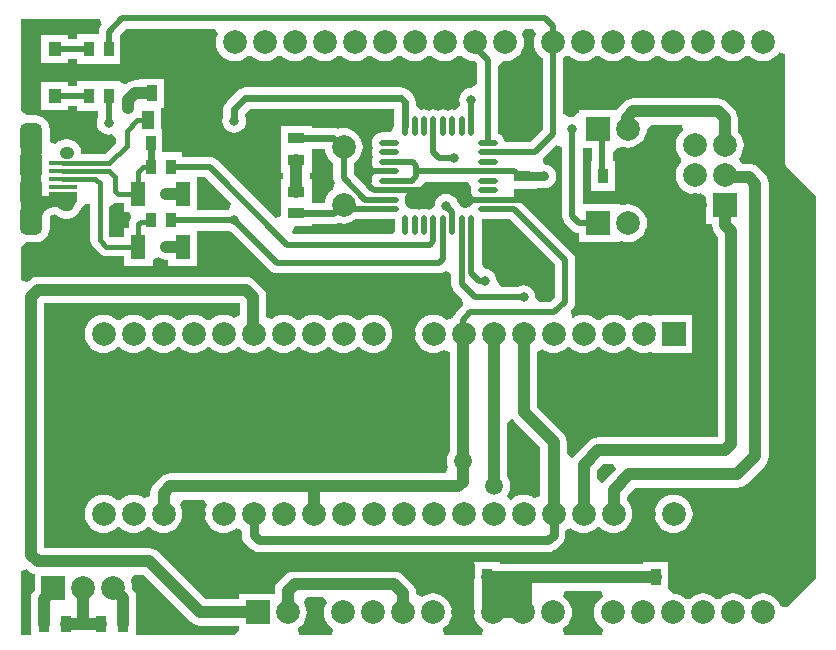
<source format=gbr>
%TF.GenerationSoftware,Altium Limited,Altium Designer,20.2.6 (244)*%
G04 Layer_Physical_Order=1*
G04 Layer_Color=255*
%FSLAX26Y26*%
%MOIN*%
%TF.SameCoordinates,5A7C1849-F1A5-4743-A48D-7E663CB7BB3B*%
%TF.FilePolarity,Positive*%
%TF.FileFunction,Copper,L1,Top,Signal*%
%TF.Part,Single*%
G01*
G75*
%TA.AperFunction,SMDPad,CuDef*%
%ADD10O,0.021654X0.064961*%
%ADD11O,0.064961X0.021654*%
%ADD12R,0.037402X0.055118*%
%ADD13R,0.053150X0.037402*%
%ADD14R,0.055118X0.037402*%
%ADD15R,0.037402X0.053150*%
%TA.AperFunction,ConnectorPad*%
%ADD16R,0.098000X0.015748*%
%ADD17R,0.074803X0.070866*%
%TA.AperFunction,SMDPad,CuDef*%
%ADD18R,0.039370X0.059055*%
%ADD19R,0.031752X0.051505*%
%ADD20R,0.049213X0.078740*%
%ADD21R,0.043307X0.047244*%
%TA.AperFunction,Conductor*%
%ADD22C,0.039370*%
%ADD23C,0.021654*%
%ADD24C,0.031496*%
%ADD25C,0.023622*%
%ADD26C,0.029528*%
%ADD27C,0.019685*%
%ADD28C,0.015748*%
%ADD29R,0.074803X0.062008*%
%TA.AperFunction,ComponentPad*%
%ADD30R,0.078740X0.078740*%
%ADD31C,0.078740*%
%ADD32R,0.078740X0.078740*%
%ADD33O,0.049213X0.041339*%
%ADD34O,0.074803X0.047244*%
%TA.AperFunction,ViaPad*%
%ADD35C,0.031496*%
%ADD36C,0.059055*%
G36*
X2573653Y1962407D02*
Y1600000D01*
X2573686Y1599746D01*
X2573657Y1599492D01*
X2574135Y1596339D01*
X2574550Y1593181D01*
X2574648Y1592944D01*
X2574687Y1592691D01*
X2575963Y1589770D01*
X2577182Y1586826D01*
X2577338Y1586623D01*
X2577441Y1586388D01*
X2579430Y1583898D01*
X2581370Y1581370D01*
X2581573Y1581214D01*
X2581733Y1581014D01*
X2677590Y1488787D01*
Y211213D01*
X2581733Y118987D01*
X2581573Y118786D01*
X2581370Y118630D01*
X2580916Y118039D01*
X2570914Y117373D01*
X2567455Y117890D01*
X2559346Y121363D01*
X2558479Y124223D01*
X2552629Y135166D01*
X2544758Y144758D01*
X2535166Y152629D01*
X2524222Y158479D01*
X2512348Y162081D01*
X2500000Y163297D01*
X2487651Y162081D01*
X2475777Y158479D01*
X2464834Y152629D01*
X2455242Y144758D01*
X2444757D01*
X2435166Y152629D01*
X2424222Y158479D01*
X2412348Y162081D01*
X2400000Y163297D01*
X2387651Y162081D01*
X2375777Y158479D01*
X2364834Y152629D01*
X2355242Y144758D01*
X2344757D01*
X2335166Y152629D01*
X2324222Y158479D01*
X2312348Y162081D01*
X2300000Y163297D01*
X2287651Y162081D01*
X2275777Y158479D01*
X2264834Y152629D01*
X2255242Y144758D01*
X2244757D01*
X2235166Y152629D01*
X2224222Y158479D01*
X2212348Y162081D01*
X2203064Y162995D01*
X2199739Y163603D01*
X2184764Y181159D01*
Y206221D01*
X2186122Y216535D01*
X2184764Y226850D01*
Y266732D01*
X2100118D01*
Y260216D01*
X1621850D01*
Y266732D01*
X1537205D01*
Y226850D01*
X1535847Y216535D01*
X1537205Y206221D01*
Y166339D01*
Y105096D01*
X1536703Y100000D01*
X1537919Y87651D01*
X1541521Y75777D01*
X1547370Y64834D01*
X1555242Y55242D01*
X1564834Y47371D01*
X1567337Y46032D01*
X1562407Y26347D01*
X1437593D01*
X1432662Y46032D01*
X1435166Y47371D01*
X1444757Y55242D01*
X1452629Y64834D01*
X1458478Y75777D01*
X1462081Y87651D01*
X1463297Y100000D01*
X1462081Y112349D01*
X1458478Y124223D01*
X1452629Y135166D01*
X1444757Y144758D01*
X1435166Y152629D01*
X1424223Y158479D01*
X1412348Y162081D01*
X1400000Y163297D01*
X1387651Y162081D01*
X1375777Y158479D01*
X1364834Y152629D01*
X1363366Y151424D01*
X1343680Y160735D01*
Y163297D01*
X1342192Y174602D01*
X1337828Y185137D01*
X1330887Y194184D01*
X1326504Y198567D01*
X1320887Y205887D01*
X1300887Y225887D01*
X1291840Y232829D01*
X1281305Y237192D01*
X1270000Y238681D01*
X939204D01*
X927899Y237192D01*
X917364Y232829D01*
X908317Y225887D01*
X885255Y202824D01*
X878313Y193778D01*
X873949Y183243D01*
X872461Y171938D01*
Y162992D01*
X753150D01*
Y143681D01*
X643093D01*
X485887Y300887D01*
X476840Y307829D01*
X466305Y312192D01*
X455000Y313681D01*
X103681D01*
Y1131319D01*
X756319D01*
Y1090697D01*
X737134Y1080976D01*
X726191Y1086825D01*
X714317Y1090427D01*
X701968Y1091643D01*
X689620Y1090427D01*
X677746Y1086825D01*
X666803Y1080976D01*
X657211Y1073104D01*
X646726D01*
X637134Y1080976D01*
X626191Y1086825D01*
X614317Y1090427D01*
X601968Y1091643D01*
X589620Y1090427D01*
X577746Y1086825D01*
X566803Y1080976D01*
X557211Y1073104D01*
X546726D01*
X537134Y1080976D01*
X526191Y1086825D01*
X514317Y1090427D01*
X501969Y1091643D01*
X489620Y1090427D01*
X477746Y1086825D01*
X466803Y1080976D01*
X457211Y1073104D01*
X446726D01*
X437134Y1080976D01*
X426191Y1086825D01*
X414317Y1090427D01*
X401969Y1091643D01*
X389620Y1090427D01*
X377746Y1086825D01*
X366803Y1080976D01*
X357211Y1073104D01*
X346726D01*
X337134Y1080976D01*
X326191Y1086825D01*
X314317Y1090427D01*
X301969Y1091643D01*
X289620Y1090427D01*
X277746Y1086825D01*
X266803Y1080976D01*
X257211Y1073104D01*
X249339Y1063512D01*
X243490Y1052569D01*
X239888Y1040695D01*
X238672Y1028347D01*
X239888Y1015998D01*
X243490Y1004124D01*
X249339Y993181D01*
X257211Y983589D01*
X266803Y975717D01*
X277746Y969868D01*
X289620Y966266D01*
X301969Y965050D01*
X314317Y966266D01*
X326191Y969868D01*
X337134Y975717D01*
X346726Y983589D01*
X357211D01*
X366803Y975717D01*
X377746Y969868D01*
X389620Y966266D01*
X401969Y965050D01*
X414317Y966266D01*
X426191Y969868D01*
X437134Y975717D01*
X446726Y983589D01*
X457211D01*
X466803Y975717D01*
X477746Y969868D01*
X489620Y966266D01*
X501969Y965050D01*
X514317Y966266D01*
X526191Y969868D01*
X537134Y975717D01*
X546726Y983589D01*
X557211D01*
X566803Y975717D01*
X577746Y969868D01*
X589620Y966266D01*
X601968Y965050D01*
X614317Y966266D01*
X626191Y969868D01*
X637134Y975717D01*
X646726Y983589D01*
X657211D01*
X666803Y975717D01*
X677746Y969868D01*
X689620Y966266D01*
X701968Y965050D01*
X714317Y966266D01*
X726191Y969868D01*
X737134Y975717D01*
X746726Y983589D01*
X757211D01*
X766803Y975717D01*
X777746Y969868D01*
X789620Y966266D01*
X801968Y965050D01*
X814317Y966266D01*
X826191Y969868D01*
X837134Y975717D01*
X846726Y983589D01*
X857211D01*
X866803Y975717D01*
X877746Y969868D01*
X889620Y966266D01*
X901968Y965050D01*
X914317Y966266D01*
X926191Y969868D01*
X937134Y975717D01*
X946726Y983589D01*
X957211D01*
X966803Y975717D01*
X977746Y969868D01*
X989620Y966266D01*
X1001968Y965050D01*
X1014317Y966266D01*
X1026191Y969868D01*
X1037134Y975717D01*
X1046726Y983589D01*
X1057211D01*
X1066803Y975717D01*
X1077746Y969868D01*
X1089620Y966266D01*
X1101968Y965050D01*
X1114317Y966266D01*
X1126191Y969868D01*
X1137134Y975717D01*
X1146726Y983589D01*
X1157211D01*
X1166803Y975717D01*
X1177746Y969868D01*
X1189620Y966266D01*
X1201968Y965050D01*
X1214317Y966266D01*
X1226191Y969868D01*
X1237134Y975717D01*
X1246726Y983589D01*
X1254598Y993181D01*
X1260447Y1004124D01*
X1264049Y1015998D01*
X1265265Y1028347D01*
X1264049Y1040695D01*
X1260447Y1052569D01*
X1254598Y1063512D01*
X1246726Y1073104D01*
X1237134Y1080976D01*
X1226191Y1086825D01*
X1214317Y1090427D01*
X1201968Y1091643D01*
X1189620Y1090427D01*
X1177746Y1086825D01*
X1166803Y1080976D01*
X1157211Y1073104D01*
X1146726D01*
X1137134Y1080976D01*
X1126191Y1086825D01*
X1114317Y1090427D01*
X1101968Y1091643D01*
X1089620Y1090427D01*
X1077746Y1086825D01*
X1066803Y1080976D01*
X1057211Y1073104D01*
X1046726D01*
X1037134Y1080976D01*
X1026191Y1086825D01*
X1014317Y1090427D01*
X1001968Y1091643D01*
X989620Y1090427D01*
X977746Y1086825D01*
X966803Y1080976D01*
X957211Y1073104D01*
X946726D01*
X937134Y1080976D01*
X926191Y1086825D01*
X914317Y1090427D01*
X901968Y1091643D01*
X889620Y1090427D01*
X877746Y1086825D01*
X866803Y1080976D01*
X863366Y1078155D01*
X843895Y1086282D01*
X843681Y1086494D01*
Y1151938D01*
X842192Y1163243D01*
X837829Y1173778D01*
X830887Y1182824D01*
X807824Y1205887D01*
X798778Y1212829D01*
X788243Y1217192D01*
X776938Y1218681D01*
X83062D01*
X71757Y1217192D01*
X61222Y1212829D01*
X52176Y1205887D01*
X46032Y1199744D01*
X26347Y1207898D01*
Y1318594D01*
X46032Y1333361D01*
X46850Y1333254D01*
X74409D01*
X86743Y1334877D01*
X98235Y1339638D01*
X108104Y1347211D01*
X115677Y1357080D01*
X120438Y1368572D01*
X121955Y1380097D01*
X122116Y1380906D01*
Y1421248D01*
X141801Y1427930D01*
X143214Y1426088D01*
X152466Y1418989D01*
X163241Y1414526D01*
X174803Y1413004D01*
X182677D01*
X194240Y1414526D01*
X205014Y1418989D01*
X214266Y1426088D01*
X221366Y1435340D01*
X225828Y1446115D01*
X226088Y1448082D01*
X238567Y1462598D01*
X258232Y1462550D01*
Y1340000D01*
X259315Y1331778D01*
X262488Y1324116D01*
X267537Y1317537D01*
X288639Y1296434D01*
X295219Y1291386D01*
X302880Y1288212D01*
X311102Y1287130D01*
X370079D01*
Y1255906D01*
X466535D01*
Y1275318D01*
X468985Y1277479D01*
X486220Y1283947D01*
X489971Y1281069D01*
X500506Y1276705D01*
X511811Y1275217D01*
X517717D01*
Y1255906D01*
X614173D01*
Y1372734D01*
X718525D01*
X726382Y1369480D01*
X855431Y1240431D01*
X862627Y1234909D01*
X871007Y1231438D01*
X880000Y1230254D01*
X1420000D01*
X1428993Y1231438D01*
X1437373Y1234909D01*
X1441632Y1238177D01*
X1452061Y1235469D01*
X1461317Y1229340D01*
Y1193937D01*
X1462501Y1184944D01*
X1465972Y1176564D01*
X1471494Y1169368D01*
X1495366Y1145495D01*
X1500431Y1124569D01*
X1475431Y1099569D01*
X1469909Y1092373D01*
X1466438Y1083993D01*
X1465998Y1080651D01*
X1465026Y1079931D01*
X1446726Y1073104D01*
X1437134Y1080976D01*
X1426191Y1086825D01*
X1414317Y1090427D01*
X1401968Y1091643D01*
X1389620Y1090427D01*
X1377746Y1086825D01*
X1366803Y1080976D01*
X1357211Y1073104D01*
X1349339Y1063512D01*
X1343490Y1052569D01*
X1339888Y1040695D01*
X1338672Y1028347D01*
X1339888Y1015998D01*
X1343490Y1004124D01*
X1349339Y993181D01*
X1357211Y983589D01*
X1366803Y975717D01*
X1377746Y969868D01*
X1389620Y966266D01*
X1401968Y965050D01*
X1414317Y966266D01*
X1426191Y969868D01*
X1437134Y975717D01*
X1437619Y976114D01*
X1457303Y966804D01*
Y636664D01*
X1453574Y631804D01*
X1448219Y618875D01*
X1446392Y605000D01*
X1448219Y591125D01*
X1451433Y583366D01*
X1444731Y568809D01*
X1439899Y563681D01*
X525031D01*
X513726Y562192D01*
X503191Y557829D01*
X494144Y550887D01*
X471082Y527824D01*
X464140Y518778D01*
X459776Y508243D01*
X458288Y496938D01*
Y489081D01*
X438603Y479771D01*
X437134Y480976D01*
X426191Y486825D01*
X414317Y490427D01*
X401969Y491643D01*
X389620Y490427D01*
X377746Y486825D01*
X366803Y480976D01*
X357211Y473104D01*
X346726D01*
X337134Y480976D01*
X326191Y486825D01*
X314317Y490427D01*
X301969Y491643D01*
X289620Y490427D01*
X277746Y486825D01*
X266803Y480976D01*
X257211Y473104D01*
X249339Y463512D01*
X243490Y452569D01*
X239888Y440695D01*
X238672Y428346D01*
X239888Y415998D01*
X243490Y404124D01*
X249339Y393181D01*
X257211Y383589D01*
X266803Y375717D01*
X277746Y369868D01*
X289620Y366266D01*
X301969Y365050D01*
X314317Y366266D01*
X326191Y369868D01*
X337134Y375717D01*
X346726Y383589D01*
X357211D01*
X366803Y375717D01*
X377746Y369868D01*
X389620Y366266D01*
X401969Y365050D01*
X414317Y366266D01*
X426191Y369868D01*
X437134Y375717D01*
X446726Y383589D01*
X457211D01*
X466803Y375717D01*
X477746Y369868D01*
X489620Y366266D01*
X501969Y365050D01*
X514317Y366266D01*
X526191Y369868D01*
X537134Y375717D01*
X546726Y383589D01*
X554598Y393181D01*
X560447Y404124D01*
X564049Y415998D01*
X565265Y428346D01*
X564049Y440695D01*
X560447Y452569D01*
X558274Y456634D01*
X566354Y473580D01*
X569553Y476319D01*
X634384D01*
X637583Y473580D01*
X645663Y456634D01*
X643490Y452569D01*
X639888Y440695D01*
X638672Y428346D01*
X639888Y415998D01*
X643490Y404124D01*
X649339Y393181D01*
X657211Y383589D01*
X666803Y375717D01*
X677746Y369868D01*
X689620Y366266D01*
X701968Y365050D01*
X714317Y366266D01*
X726191Y369868D01*
X737134Y375717D01*
X745050Y382213D01*
X752956Y379482D01*
X763251Y372695D01*
Y357298D01*
X763251Y357297D01*
X763911Y352287D01*
X764571Y347276D01*
X768439Y337938D01*
X774591Y329920D01*
X791888Y312623D01*
X791888Y312623D01*
X799907Y306470D01*
X809245Y302602D01*
X814255Y301943D01*
X819265Y301283D01*
X819266Y301283D01*
X1784671D01*
X1784672Y301283D01*
X1789682Y301943D01*
X1794692Y302602D01*
X1804030Y306470D01*
X1812049Y312623D01*
X1829345Y329920D01*
X1829346Y329920D01*
X1835498Y337938D01*
X1839366Y347276D01*
X1840026Y352286D01*
X1840686Y357297D01*
X1840686Y357298D01*
Y372695D01*
X1850981Y379482D01*
X1858887Y382213D01*
X1866803Y375717D01*
X1877746Y369868D01*
X1889620Y366266D01*
X1901968Y365050D01*
X1914317Y366266D01*
X1926191Y369868D01*
X1937134Y375717D01*
X1946726Y383589D01*
X1957211D01*
X1966803Y375717D01*
X1977746Y369868D01*
X1989620Y366266D01*
X2001968Y365050D01*
X2014317Y366266D01*
X2026191Y369868D01*
X2037134Y375717D01*
X2046726Y383589D01*
X2054598Y393181D01*
X2060447Y404124D01*
X2064049Y415998D01*
X2065265Y428346D01*
X2064049Y440695D01*
X2060447Y452569D01*
X2054598Y463512D01*
X2046726Y473104D01*
X2048809Y492035D01*
X2073093Y516319D01*
X2415000D01*
X2426305Y517808D01*
X2436840Y522171D01*
X2445887Y529113D01*
X2505887Y589113D01*
X2512829Y598160D01*
X2517192Y608695D01*
X2518681Y620000D01*
Y1529521D01*
X2517192Y1540827D01*
X2512829Y1551362D01*
X2505887Y1560408D01*
X2482824Y1583471D01*
X2473778Y1590412D01*
X2463243Y1594776D01*
X2451938Y1596264D01*
X2428568D01*
X2421968Y1606161D01*
X2419080Y1614535D01*
X2425464Y1622314D01*
X2431313Y1633258D01*
X2434915Y1645132D01*
X2436131Y1657480D01*
X2434915Y1669829D01*
X2431313Y1681703D01*
X2425464Y1692646D01*
X2417592Y1702238D01*
X2416515Y1703122D01*
Y1746938D01*
X2415027Y1758243D01*
X2410663Y1768778D01*
X2403722Y1777824D01*
X2380659Y1800887D01*
X2371612Y1807829D01*
X2361077Y1812192D01*
X2349772Y1813681D01*
X2223062D01*
X2223062Y1813681D01*
X2068338D01*
X2057033Y1812192D01*
X2046498Y1807829D01*
X2037451Y1800887D01*
X2014389Y1777824D01*
X2012675Y1775591D01*
X1887008D01*
Y1767403D01*
X1883977Y1763153D01*
X1867323Y1752002D01*
X1865000Y1752308D01*
X1854722Y1750955D01*
X1853438Y1750423D01*
X1835495Y1760352D01*
X1833753Y1762764D01*
Y1946616D01*
X1835166Y1947371D01*
X1844757Y1955242D01*
X1855242D01*
X1864834Y1947371D01*
X1875777Y1941521D01*
X1887651Y1937919D01*
X1900000Y1936703D01*
X1912348Y1937919D01*
X1924223Y1941521D01*
X1935166Y1947371D01*
X1944757Y1955242D01*
X1955242D01*
X1964834Y1947371D01*
X1975777Y1941521D01*
X1987651Y1937919D01*
X2000000Y1936703D01*
X2012348Y1937919D01*
X2024223Y1941521D01*
X2035166Y1947371D01*
X2044757Y1955242D01*
X2055242D01*
X2064834Y1947371D01*
X2075777Y1941521D01*
X2087651Y1937919D01*
X2100000Y1936703D01*
X2112348Y1937919D01*
X2124222Y1941521D01*
X2135166Y1947371D01*
X2144757Y1955242D01*
X2155242D01*
X2164834Y1947371D01*
X2175777Y1941521D01*
X2187651Y1937919D01*
X2200000Y1936703D01*
X2212348Y1937919D01*
X2224222Y1941521D01*
X2235166Y1947371D01*
X2244757Y1955242D01*
X2255242D01*
X2264834Y1947371D01*
X2275777Y1941521D01*
X2287651Y1937919D01*
X2300000Y1936703D01*
X2312348Y1937919D01*
X2324222Y1941521D01*
X2335166Y1947371D01*
X2344757Y1955242D01*
X2355242D01*
X2364834Y1947371D01*
X2375777Y1941521D01*
X2387651Y1937919D01*
X2400000Y1936703D01*
X2412348Y1937919D01*
X2424222Y1941521D01*
X2435166Y1947371D01*
X2444757Y1955242D01*
X2455242D01*
X2464834Y1947371D01*
X2475777Y1941521D01*
X2487651Y1937919D01*
X2500000Y1936703D01*
X2512348Y1937919D01*
X2524222Y1941521D01*
X2535166Y1947371D01*
X2544758Y1955242D01*
X2552629Y1964834D01*
X2553968Y1967338D01*
X2573653Y1962407D01*
D02*
G37*
G36*
X1732498Y2045700D02*
X1742771Y2026562D01*
X1741521Y2024223D01*
X1737919Y2012349D01*
X1736703Y2000000D01*
X1737919Y1987651D01*
X1741521Y1975777D01*
X1747370Y1964834D01*
X1755242Y1955242D01*
X1764834Y1947371D01*
X1766246Y1946616D01*
Y1708981D01*
X1724877Y1667612D01*
X1638780D01*
X1637893Y1674347D01*
X1634422Y1682727D01*
X1628900Y1689924D01*
X1621704Y1695445D01*
X1617423Y1697218D01*
Y1922765D01*
X1637108Y1936988D01*
X1640000Y1936703D01*
X1652348Y1937919D01*
X1664223Y1941521D01*
X1675166Y1947371D01*
X1684757Y1955242D01*
X1692629Y1964834D01*
X1698478Y1975777D01*
X1702081Y1987651D01*
X1703297Y2000000D01*
X1702081Y2012349D01*
X1698478Y2024223D01*
X1697228Y2026562D01*
X1707502Y2045700D01*
X1708273Y2046247D01*
X1731727D01*
X1732498Y2045700D01*
D02*
G37*
G36*
X296669Y2059403D02*
X295070Y2057804D01*
X289706Y2050814D01*
X286334Y2042673D01*
X285184Y2033937D01*
Y2027721D01*
X212437D01*
Y2012100D01*
X185039D01*
Y2025591D01*
X94488D01*
Y1931102D01*
X185039D01*
Y1944593D01*
X212437D01*
Y1928972D01*
X358429D01*
Y2025695D01*
X378981Y2046247D01*
X671727D01*
X672498Y2045700D01*
X682771Y2026562D01*
X681521Y2024223D01*
X677919Y2012349D01*
X676703Y2000000D01*
X677919Y1987651D01*
X681521Y1975777D01*
X687370Y1964834D01*
X695242Y1955242D01*
X704834Y1947371D01*
X715777Y1941521D01*
X727651Y1937919D01*
X740000Y1936703D01*
X752348Y1937919D01*
X764222Y1941521D01*
X775166Y1947371D01*
X784757Y1955242D01*
X795242D01*
X804834Y1947371D01*
X815777Y1941521D01*
X827651Y1937919D01*
X840000Y1936703D01*
X852348Y1937919D01*
X864222Y1941521D01*
X875166Y1947371D01*
X884757Y1955242D01*
X895242D01*
X904834Y1947371D01*
X915777Y1941521D01*
X927651Y1937919D01*
X940000Y1936703D01*
X952348Y1937919D01*
X964222Y1941521D01*
X975166Y1947371D01*
X984757Y1955242D01*
X995242D01*
X1004834Y1947371D01*
X1015777Y1941521D01*
X1027651Y1937919D01*
X1040000Y1936703D01*
X1052348Y1937919D01*
X1064223Y1941521D01*
X1075166Y1947371D01*
X1084757Y1955242D01*
X1095242D01*
X1104834Y1947371D01*
X1115777Y1941521D01*
X1127651Y1937919D01*
X1140000Y1936703D01*
X1152348Y1937919D01*
X1164223Y1941521D01*
X1175166Y1947371D01*
X1184757Y1955242D01*
X1195242D01*
X1204834Y1947371D01*
X1215777Y1941521D01*
X1227651Y1937919D01*
X1240000Y1936703D01*
X1252348Y1937919D01*
X1264223Y1941521D01*
X1275166Y1947371D01*
X1284757Y1955242D01*
X1295242D01*
X1304834Y1947371D01*
X1315777Y1941521D01*
X1327651Y1937919D01*
X1340000Y1936703D01*
X1352348Y1937919D01*
X1364223Y1941521D01*
X1375166Y1947371D01*
X1384757Y1955242D01*
X1395242D01*
X1404834Y1947371D01*
X1415777Y1941521D01*
X1427651Y1937919D01*
X1440000Y1936703D01*
X1452348Y1937919D01*
X1464223Y1941521D01*
X1475166Y1947371D01*
X1484757Y1955242D01*
X1495242D01*
X1504834Y1947371D01*
X1515777Y1941521D01*
X1527651Y1937919D01*
X1538570Y1936844D01*
X1547931Y1927483D01*
Y1865128D01*
X1545958Y1861780D01*
X1528246Y1849265D01*
X1527559Y1849355D01*
X1517282Y1848002D01*
X1507704Y1844035D01*
X1499480Y1837725D01*
X1493169Y1829501D01*
X1489203Y1819923D01*
X1487849Y1809646D01*
X1489203Y1799368D01*
X1490595Y1796007D01*
X1488972Y1786652D01*
X1473560Y1775688D01*
X1464567Y1776872D01*
X1455574Y1775688D01*
X1448819Y1772890D01*
X1442064Y1775688D01*
X1433071Y1776872D01*
X1424078Y1775688D01*
X1417323Y1772890D01*
X1410568Y1775688D01*
X1401575Y1776872D01*
X1392582Y1775688D01*
X1385827Y1772890D01*
X1379072Y1775688D01*
X1370079Y1776872D01*
X1362319Y1775851D01*
X1360541Y1776029D01*
X1342825Y1787104D01*
Y1801162D01*
X1341608Y1810412D01*
X1338037Y1819032D01*
X1332358Y1826434D01*
X1318520Y1840271D01*
X1311118Y1845951D01*
X1302499Y1849521D01*
X1293249Y1850739D01*
X775000D01*
X765750Y1849521D01*
X757131Y1845951D01*
X749729Y1840271D01*
X749729Y1840271D01*
X712249Y1802791D01*
X706569Y1795389D01*
X702999Y1786770D01*
X701781Y1777520D01*
Y1755338D01*
X699163Y1749018D01*
X697810Y1738740D01*
X699163Y1728463D01*
X703130Y1718885D01*
X709441Y1710661D01*
X717665Y1704351D01*
X727242Y1700384D01*
X737520Y1699031D01*
X747797Y1700384D01*
X757375Y1704351D01*
X765599Y1710661D01*
X771909Y1718885D01*
X775876Y1728463D01*
X777229Y1738740D01*
X775876Y1749018D01*
X773258Y1755338D01*
Y1762716D01*
X789803Y1779261D01*
X1271348D01*
Y1720473D01*
X1271438Y1719785D01*
X1258749Y1700100D01*
X1230315D01*
X1221322Y1698917D01*
X1212942Y1695445D01*
X1205746Y1689924D01*
X1200224Y1682727D01*
X1196753Y1674347D01*
X1195569Y1665354D01*
X1196753Y1656361D01*
X1199551Y1649606D01*
X1196753Y1642851D01*
X1195569Y1633858D01*
X1196753Y1624865D01*
X1199551Y1618110D01*
X1196753Y1611355D01*
X1195569Y1602362D01*
X1196753Y1593369D01*
X1200224Y1584989D01*
X1205746Y1577793D01*
Y1563939D01*
X1200224Y1556743D01*
X1196753Y1548363D01*
X1195569Y1539370D01*
X1196696Y1530809D01*
X1196735Y1530339D01*
X1196536Y1529899D01*
X1180173Y1518966D01*
X1137108Y1562030D01*
Y1598327D01*
X1137528Y1598552D01*
X1147120Y1606424D01*
X1154992Y1616015D01*
X1160841Y1626958D01*
X1164443Y1638833D01*
X1165659Y1651181D01*
X1164443Y1663530D01*
X1160841Y1675404D01*
X1154992Y1686347D01*
X1147120Y1695939D01*
X1137528Y1703811D01*
X1126585Y1709660D01*
X1114711Y1713262D01*
X1102362Y1714478D01*
X1090014Y1713262D01*
X1084007Y1711440D01*
X1076283Y1714639D01*
X1067033Y1715857D01*
X996063D01*
Y1722441D01*
X893701D01*
Y1637795D01*
Y1564961D01*
X901201D01*
Y1545275D01*
X893701D01*
Y1460630D01*
Y1421157D01*
X875514Y1413624D01*
X679923Y1609215D01*
X672727Y1614737D01*
X664347Y1618208D01*
X655354Y1619392D01*
X565122D01*
Y1634020D01*
X498126D01*
Y1712760D01*
X492126D01*
Y1780512D01*
X504921D01*
Y1827162D01*
X505295Y1830000D01*
X504921Y1832838D01*
Y1880906D01*
X420276D01*
Y1873681D01*
X408062D01*
X396757Y1872192D01*
X386222Y1867829D01*
X378114Y1861607D01*
X370587Y1862825D01*
X358429Y1867861D01*
Y1870240D01*
X212437D01*
Y1854619D01*
X185039D01*
Y1868110D01*
X94488D01*
Y1773622D01*
X185039D01*
Y1787113D01*
X212437D01*
Y1771492D01*
X284191D01*
Y1751278D01*
X280580Y1742561D01*
X279227Y1732284D01*
X280580Y1722006D01*
X284547Y1712429D01*
X290858Y1704205D01*
X299082Y1697894D01*
X308659Y1693927D01*
X318937Y1692574D01*
X325874Y1693487D01*
X342697Y1681008D01*
X343986Y1663912D01*
X308298Y1628225D01*
X231428D01*
X227351Y1632874D01*
X225828Y1644436D01*
X221366Y1655211D01*
X214266Y1664463D01*
X205014Y1671562D01*
X194240Y1676025D01*
X182677Y1677547D01*
X174803D01*
X163241Y1676025D01*
X152466Y1671562D01*
X143214Y1664463D01*
X141802Y1662622D01*
X122117Y1669304D01*
Y1709645D01*
X121952Y1710472D01*
X120438Y1721979D01*
X115677Y1733471D01*
X108104Y1743340D01*
X98235Y1750913D01*
X86743Y1755674D01*
X74409Y1757297D01*
X46850D01*
X46032Y1757190D01*
X26347Y1771957D01*
Y2077590D01*
X289135D01*
X296669Y2059403D01*
D02*
G37*
G36*
X2229130Y1723648D02*
X2233434Y1706634D01*
X2228077Y1702238D01*
X2220205Y1692646D01*
X2214356Y1681703D01*
X2210754Y1669829D01*
X2209538Y1657480D01*
X2210754Y1645132D01*
X2214356Y1633258D01*
X2220205Y1622314D01*
X2228077Y1612723D01*
Y1602238D01*
X2220205Y1592646D01*
X2214356Y1581703D01*
X2210754Y1569829D01*
X2209538Y1557480D01*
X2210754Y1545132D01*
X2214356Y1533258D01*
X2220205Y1522314D01*
X2228077Y1512723D01*
X2237669Y1504851D01*
X2248612Y1499002D01*
X2260486Y1495400D01*
X2272835Y1494183D01*
X2285183Y1495400D01*
X2290157Y1496909D01*
X2306101Y1488047D01*
X2309843Y1483515D01*
Y1394488D01*
X2331365D01*
Y1389954D01*
X2332853Y1378649D01*
X2337217Y1368114D01*
X2344159Y1359068D01*
X2351319Y1351907D01*
Y683681D01*
X1950000D01*
X1938695Y682192D01*
X1928160Y677829D01*
X1919113Y670887D01*
X1871082Y622855D01*
X1865334Y615365D01*
X1863149Y615332D01*
X1845649Y628127D01*
Y668032D01*
X1844161Y679337D01*
X1839797Y689872D01*
X1832855Y698918D01*
X1745649Y786125D01*
Y967612D01*
X1765334Y976922D01*
X1766803Y975717D01*
X1777746Y969868D01*
X1789620Y966266D01*
X1801968Y965050D01*
X1814317Y966266D01*
X1826191Y969868D01*
X1837134Y975717D01*
X1846726Y983589D01*
X1857211D01*
X1866803Y975717D01*
X1877746Y969868D01*
X1889620Y966266D01*
X1901968Y965050D01*
X1914317Y966266D01*
X1926191Y969868D01*
X1937134Y975717D01*
X1946726Y983589D01*
X1957211D01*
X1966803Y975717D01*
X1977746Y969868D01*
X1989620Y966266D01*
X2001968Y965050D01*
X2014317Y966266D01*
X2026191Y969868D01*
X2037134Y975717D01*
X2046726Y983589D01*
X2057211D01*
X2066803Y975717D01*
X2077746Y969868D01*
X2089620Y966266D01*
X2101968Y965050D01*
X2114317Y966266D01*
X2119291Y967775D01*
X2138977Y965354D01*
Y965354D01*
X2264961D01*
Y1091339D01*
X2138977D01*
X2138976Y1091339D01*
X2119291Y1088918D01*
X2114317Y1090427D01*
X2101968Y1091643D01*
X2089620Y1090427D01*
X2077746Y1086825D01*
X2066803Y1080976D01*
X2057211Y1073104D01*
X2046726D01*
X2037134Y1080976D01*
X2026191Y1086825D01*
X2014317Y1090427D01*
X2001968Y1091643D01*
X1989620Y1090427D01*
X1977746Y1086825D01*
X1966803Y1080976D01*
X1957211Y1073104D01*
X1946726D01*
X1937134Y1080976D01*
X1926191Y1086825D01*
X1914317Y1090427D01*
X1901968Y1091643D01*
X1889620Y1090427D01*
X1877746Y1086825D01*
X1867830Y1081525D01*
X1864048Y1082766D01*
X1861826Y1107687D01*
X1864569Y1110431D01*
X1870091Y1117627D01*
X1873562Y1126007D01*
X1874746Y1135000D01*
Y1275000D01*
X1873562Y1283993D01*
X1870091Y1292373D01*
X1864569Y1299569D01*
X1694687Y1469451D01*
X1689798Y1473202D01*
X1675000Y1485000D01*
Y1510827D01*
X1747165D01*
Y1513440D01*
X1771653D01*
X1781931Y1514793D01*
X1791508Y1518760D01*
X1799733Y1525071D01*
X1806043Y1533295D01*
X1810010Y1542872D01*
X1811363Y1553150D01*
X1810010Y1563427D01*
X1806043Y1573004D01*
X1799733Y1581229D01*
X1791508Y1587539D01*
X1781931Y1591506D01*
X1772577Y1592738D01*
X1769137Y1597689D01*
X1767388Y1601044D01*
X1765279Y1612544D01*
X1811562Y1658827D01*
X1831247Y1650673D01*
Y1420000D01*
X1832397Y1411264D01*
X1835769Y1403123D01*
X1841133Y1396133D01*
X1863495Y1373771D01*
X1870486Y1368407D01*
X1878626Y1365035D01*
X1887008Y1363931D01*
Y1334646D01*
X2012992D01*
X2012992Y1334646D01*
X2032677Y1337066D01*
X2037651Y1335557D01*
X2050000Y1334341D01*
X2062349Y1335557D01*
X2074223Y1339159D01*
X2085166Y1345008D01*
X2094758Y1352880D01*
X2102629Y1362472D01*
X2108479Y1373415D01*
X2112081Y1385289D01*
X2113297Y1397638D01*
X2112081Y1409986D01*
X2108479Y1421861D01*
X2102629Y1432804D01*
X2094758Y1442396D01*
X2085166Y1450267D01*
X2074223Y1456117D01*
X2062349Y1459718D01*
X2050000Y1460935D01*
X2037651Y1459718D01*
X2032677Y1458210D01*
X2012992Y1460630D01*
Y1460630D01*
X1898753D01*
Y1649606D01*
X1930254D01*
Y1604492D01*
X1927004D01*
Y1505744D01*
X2006000D01*
Y1604492D01*
X1999746D01*
Y1635408D01*
X2012992Y1649606D01*
X2032677Y1652027D01*
X2037651Y1650518D01*
X2050000Y1649302D01*
X2062349Y1650518D01*
X2074223Y1654120D01*
X2085166Y1659969D01*
X2094758Y1667841D01*
X2102629Y1677432D01*
X2108479Y1688376D01*
X2112081Y1700250D01*
X2113297Y1712598D01*
X2131726Y1726319D01*
X2223062D01*
X2223063Y1726319D01*
X2227445D01*
X2229130Y1723648D01*
D02*
G37*
G36*
X1040281Y1638833D02*
X1043883Y1626958D01*
X1049733Y1616015D01*
X1057604Y1606424D01*
X1067196Y1598552D01*
X1067616Y1598327D01*
Y1547638D01*
X1068800Y1538645D01*
X1072271Y1530265D01*
X1067433Y1512551D01*
X1063979Y1509044D01*
X1057604Y1503813D01*
X1049733Y1494221D01*
X1043883Y1483278D01*
X1040281Y1471404D01*
X1039735Y1465857D01*
X996063D01*
Y1545275D01*
X988563D01*
Y1564961D01*
X996063D01*
Y1644379D01*
X1039735D01*
X1040281Y1638833D01*
D02*
G37*
G36*
X1527461Y1516867D02*
X1526278Y1507874D01*
X1527461Y1498881D01*
X1530933Y1490501D01*
X1536455Y1483305D01*
Y1469451D01*
X1530933Y1462255D01*
X1527461Y1453875D01*
X1509421Y1448795D01*
X1494658Y1452806D01*
X1489136Y1460002D01*
X1483000Y1466138D01*
X1479390Y1474855D01*
X1473079Y1483079D01*
X1464855Y1489390D01*
X1455278Y1493357D01*
X1445000Y1494710D01*
X1434722Y1493357D01*
X1425145Y1489390D01*
X1416921Y1483079D01*
X1410610Y1474855D01*
X1406643Y1465278D01*
X1405290Y1455000D01*
X1392582Y1444979D01*
X1385827Y1442181D01*
X1379072Y1444979D01*
X1370079Y1446163D01*
X1361086Y1444979D01*
X1354331Y1442181D01*
X1347576Y1444979D01*
X1338583Y1446163D01*
X1329590Y1444979D01*
X1326418Y1443666D01*
X1312351Y1450146D01*
X1305870Y1464213D01*
X1307184Y1467385D01*
X1308368Y1476378D01*
X1307241Y1484939D01*
X1307202Y1485402D01*
X1317837Y1503400D01*
X1319628Y1504624D01*
X1329370D01*
X1338363Y1505808D01*
X1346743Y1509279D01*
X1353939Y1514801D01*
X1369569Y1530431D01*
X1373935Y1536120D01*
X1517038D01*
X1527461Y1516867D01*
D02*
G37*
G36*
X725411Y1465451D02*
X725838Y1460873D01*
X720131Y1442892D01*
X718525Y1442226D01*
X614173D01*
Y1549900D01*
X640962D01*
X725411Y1465451D01*
D02*
G37*
G36*
X98032Y1707645D02*
X98032Y1627953D01*
X93323D01*
Y1564961D01*
Y1539370D01*
Y1513780D01*
Y1488189D01*
X215000D01*
Y1472130D01*
X207824Y1463784D01*
X206716Y1461820D01*
X205229Y1460124D01*
X204429Y1457767D01*
X203206Y1455599D01*
X203005Y1453951D01*
X200328Y1447487D01*
X197089Y1443266D01*
X192868Y1440027D01*
X187952Y1437991D01*
X181098Y1437088D01*
X176382D01*
X169528Y1437991D01*
X164613Y1440027D01*
X160089Y1443498D01*
X159909Y1443811D01*
X156794Y1446200D01*
X153843Y1448789D01*
X153086Y1449045D01*
X152453Y1449531D01*
X148661Y1450548D01*
X144944Y1451809D01*
X144148Y1451757D01*
X143376Y1451964D01*
X139483Y1451451D01*
X135567Y1451195D01*
X134851Y1450841D01*
X134059Y1450737D01*
X114374Y1444055D01*
X113682Y1443656D01*
X112899Y1443500D01*
X109635Y1441319D01*
X106235Y1439356D01*
X105749Y1438722D01*
X105085Y1438279D01*
X102904Y1435015D01*
X100515Y1431901D01*
X100308Y1431129D01*
X99864Y1430465D01*
X99098Y1426615D01*
X98082Y1422823D01*
X98187Y1422031D01*
X98031Y1421248D01*
Y1382898D01*
X97769Y1380906D01*
X26347D01*
Y1709645D01*
X97769D01*
X98032Y1707645D01*
D02*
G37*
G36*
X1272341Y1368110D02*
X1265005Y1359746D01*
X935387D01*
X928915Y1368110D01*
X938574Y1387795D01*
X996063D01*
Y1394379D01*
X1067033D01*
X1076283Y1395597D01*
X1084007Y1398797D01*
X1090014Y1396975D01*
X1102362Y1395758D01*
X1114711Y1396975D01*
X1126585Y1400576D01*
X1137528Y1406426D01*
X1142049Y1410136D01*
X1272341D01*
Y1368110D01*
D02*
G37*
G36*
X341453Y1465319D02*
X349225Y1464295D01*
X370079D01*
Y1433071D01*
X385306D01*
X391987Y1422102D01*
X394014Y1413386D01*
X390795Y1409191D01*
X387622Y1401529D01*
X386539Y1393307D01*
Y1381890D01*
X370079D01*
Y1350665D01*
X324261D01*
X321768Y1353159D01*
Y1452824D01*
X323773Y1455549D01*
X340967Y1465357D01*
X341453Y1465319D01*
D02*
G37*
G36*
X1805254Y1260608D02*
Y1149392D01*
X1790608Y1134746D01*
X1758054D01*
X1741678Y1150689D01*
X1740325Y1160967D01*
X1736358Y1170544D01*
X1730047Y1178768D01*
X1721823Y1185079D01*
X1712246Y1189046D01*
X1701968Y1190399D01*
X1691691Y1189046D01*
X1682974Y1185435D01*
X1626495D01*
X1612210Y1205000D01*
X1610857Y1215278D01*
X1606890Y1224855D01*
X1600579Y1233079D01*
X1592355Y1239390D01*
X1582778Y1243357D01*
X1572500Y1244710D01*
X1562305Y1263003D01*
Y1389764D01*
Y1410136D01*
X1655726D01*
X1805254Y1260608D01*
D02*
G37*
G36*
X2009861Y576634D02*
X1971082Y537855D01*
X1965334Y530365D01*
X1963149Y530332D01*
X1945649Y543127D01*
Y573875D01*
X1968093Y596319D01*
X2001707D01*
X2009861Y576634D01*
D02*
G37*
G36*
X1665334Y744635D02*
X1671082Y737145D01*
X1758288Y649938D01*
Y489081D01*
X1738603Y479771D01*
X1737134Y480976D01*
X1726191Y486825D01*
X1714317Y490427D01*
X1701968Y491643D01*
X1689620Y490427D01*
X1677746Y486825D01*
X1666803Y480976D01*
X1659727Y475170D01*
X1645489Y488950D01*
X1649910Y494712D01*
X1655266Y507641D01*
X1657092Y521516D01*
X1655266Y535391D01*
X1649910Y548320D01*
X1645649Y553873D01*
Y731873D01*
X1663149Y744668D01*
X1665334Y744635D01*
D02*
G37*
G36*
X1570000Y235000D02*
X1730000D01*
Y85000D01*
X1725000Y80000D01*
X1720000Y85000D01*
X1565000D01*
Y95000D01*
Y233467D01*
X1569619Y235381D01*
X1570000Y235000D01*
D02*
G37*
G36*
X1965845Y153170D02*
X1964834Y152629D01*
X1955242Y144758D01*
X1947370Y135166D01*
X1941521Y124223D01*
X1937919Y112349D01*
X1936703Y100000D01*
X1937919Y87651D01*
X1941521Y75777D01*
X1947370Y64834D01*
X1955242Y55242D01*
X1964834Y47371D01*
X1967337Y46032D01*
X1962407Y26347D01*
X1837593D01*
X1832662Y46032D01*
X1835166Y47371D01*
X1844757Y55242D01*
X1852629Y64834D01*
X1858478Y75777D01*
X1862081Y87651D01*
X1863297Y100000D01*
X1862081Y112349D01*
X1858478Y124223D01*
X1852629Y135166D01*
X1844757Y144758D01*
X1835166Y152629D01*
X1834155Y153170D01*
X1839086Y172855D01*
X1960914D01*
X1965845Y153170D01*
D02*
G37*
G36*
X1041326Y143163D02*
X1045483Y131634D01*
X1041521Y124223D01*
X1037919Y112349D01*
X1036703Y100000D01*
X1037919Y87651D01*
X1041521Y75777D01*
X1047370Y64834D01*
X1055242Y55242D01*
X1064834Y47371D01*
X1067337Y46032D01*
X1062407Y26347D01*
X953735D01*
X948804Y46032D01*
X951308Y47371D01*
X960899Y55242D01*
X968771Y64834D01*
X974620Y75777D01*
X978222Y87651D01*
X979439Y100000D01*
X978222Y112349D01*
X974620Y124223D01*
X970659Y131634D01*
X974815Y143163D01*
X980980Y151319D01*
X1035162D01*
X1041326Y143163D01*
D02*
G37*
G36*
X594113Y69113D02*
X603160Y62171D01*
X613695Y57808D01*
X625000Y56319D01*
X753150D01*
Y37008D01*
X737880Y26347D01*
X408740D01*
Y49686D01*
X410098Y60000D01*
Y148583D01*
X408610Y159888D01*
X404246Y170423D01*
X398138Y178383D01*
X398297Y180000D01*
X397081Y192349D01*
X393479Y204223D01*
X392190Y206634D01*
X402371Y225691D01*
X403251Y226319D01*
X436907D01*
X594113Y69113D01*
D02*
G37*
G36*
X52176Y239113D02*
X61222Y232171D01*
X71757Y227808D01*
X72008Y227775D01*
Y176016D01*
X65754Y167866D01*
X61390Y157331D01*
X59902Y146026D01*
Y60000D01*
X61260Y49686D01*
Y26347D01*
X26347D01*
Y237102D01*
X46032Y245256D01*
X52176Y239113D01*
D02*
G37*
%LPC*%
G36*
X2201968Y491643D02*
X2189620Y490427D01*
X2177746Y486825D01*
X2166803Y480976D01*
X2157211Y473104D01*
X2149339Y463512D01*
X2143490Y452569D01*
X2139888Y440695D01*
X2138672Y428346D01*
X2139888Y415998D01*
X2143490Y404124D01*
X2149339Y393181D01*
X2157211Y383589D01*
X2166803Y375717D01*
X2177746Y369868D01*
X2189620Y366266D01*
X2201968Y365050D01*
X2214317Y366266D01*
X2226191Y369868D01*
X2237134Y375717D01*
X2246726Y383589D01*
X2254598Y393181D01*
X2260447Y404124D01*
X2264049Y415998D01*
X2265265Y428346D01*
X2264049Y440695D01*
X2260447Y452569D01*
X2254598Y463512D01*
X2246726Y473104D01*
X2237134Y480976D01*
X2226191Y486825D01*
X2214317Y490427D01*
X2201968Y491643D01*
D02*
G37*
%LPD*%
D10*
X1307087Y1720473D02*
D03*
X1338583D02*
D03*
X1370079D02*
D03*
X1401575D02*
D03*
X1433071D02*
D03*
X1464567D02*
D03*
X1496063D02*
D03*
X1527559D02*
D03*
Y1389764D02*
D03*
X1496063D02*
D03*
X1464567D02*
D03*
X1433071D02*
D03*
X1401575D02*
D03*
X1370079D02*
D03*
X1338583D02*
D03*
X1307087D02*
D03*
D11*
X1582677Y1665354D02*
D03*
Y1633858D02*
D03*
Y1602362D02*
D03*
Y1570866D02*
D03*
Y1539370D02*
D03*
Y1507874D02*
D03*
Y1476378D02*
D03*
Y1444882D02*
D03*
X1251968D02*
D03*
Y1476378D02*
D03*
Y1507874D02*
D03*
Y1539370D02*
D03*
Y1570866D02*
D03*
Y1602362D02*
D03*
Y1633858D02*
D03*
Y1665354D02*
D03*
D12*
X366417Y60000D02*
D03*
X293583D02*
D03*
X176417D02*
D03*
X103583D02*
D03*
D13*
X1696968Y1553150D02*
D03*
Y1494094D02*
D03*
D14*
X944882Y1607284D02*
D03*
Y1680118D02*
D03*
Y1502953D02*
D03*
Y1430118D02*
D03*
D15*
X2142441Y216535D02*
D03*
X2201496D02*
D03*
X1579528D02*
D03*
X1520472D02*
D03*
X462598Y1830709D02*
D03*
X521654D02*
D03*
D16*
X165945Y1519685D02*
D03*
Y1545275D02*
D03*
Y1494094D02*
D03*
Y1570866D02*
D03*
Y1596457D02*
D03*
D17*
X60630Y1590551D02*
D03*
Y1500000D02*
D03*
D18*
X535433Y1742126D02*
D03*
X448819D02*
D03*
D19*
X525624Y1663386D02*
D03*
X458628D02*
D03*
X525624Y1584646D02*
D03*
X458628D02*
D03*
X525624Y1407480D02*
D03*
X458628D02*
D03*
X2033498Y1555118D02*
D03*
X1966502D02*
D03*
X251935Y1820866D02*
D03*
X318931D02*
D03*
X251935Y1978347D02*
D03*
X318931D02*
D03*
D20*
X565945Y1318898D02*
D03*
X418307D02*
D03*
X565945Y1496063D02*
D03*
X418307D02*
D03*
D21*
X57087Y1820866D02*
D03*
X139764D02*
D03*
X57087Y1978347D02*
D03*
X139764D02*
D03*
D22*
X2039370Y1712598D02*
X2045276Y1718504D01*
X939204Y195000D02*
X1270000D01*
X916142Y100000D02*
Y171938D01*
X939204Y195000D01*
X776938Y1175000D02*
X800000Y1151938D01*
X60000Y293062D02*
Y1151938D01*
X800000Y1030315D02*
Y1151938D01*
X83062Y1175000D02*
X776938D01*
X60000Y1151938D02*
X83062Y1175000D01*
X455000Y270000D02*
X625000Y100000D01*
X60000Y293062D02*
X83062Y270000D01*
X455000D01*
X625000Y100000D02*
X816142D01*
X800000Y1030315D02*
X801968Y1028347D01*
X1300000Y100000D02*
Y163297D01*
X1270000Y195000D02*
X1290000Y175000D01*
Y173297D02*
Y175000D01*
Y173297D02*
X1300000Y163297D01*
X235000Y60000D02*
Y180000D01*
X1601968Y523032D02*
X1603484Y521516D01*
X1601968Y523032D02*
Y1028347D01*
X2001968Y428346D02*
Y506969D01*
X1500000Y255000D02*
X1520472D01*
X1500000Y100000D02*
Y255000D01*
X63661Y1820000D02*
Y1897500D01*
X2055000Y560000D02*
X2415000D01*
X2001968Y506969D02*
X2055000Y560000D01*
X1901968Y428346D02*
Y591968D01*
X1950000Y640000D02*
X2371938D01*
X1901968Y591968D02*
X1950000Y640000D01*
X1801968Y428346D02*
Y668032D01*
X1701968Y768032D02*
Y1028347D01*
Y768032D02*
X1801968Y668032D01*
X625031Y255000D02*
X1500000D01*
X601968Y278062D02*
Y428346D01*
Y278062D02*
X625031Y255000D01*
X525031Y520000D02*
X1001968D01*
X501969Y496938D02*
X525031Y520000D01*
X501969Y428346D02*
Y496938D01*
X1001968Y428346D02*
Y520000D01*
X1485000D01*
X1500000Y535000D01*
Y605000D01*
X1500984Y605984D02*
Y1027362D01*
X1500000Y605000D02*
X1500984Y605984D01*
X511811Y1318898D02*
X565945D01*
X511811Y1496063D02*
X565945D01*
X1600000Y100000D02*
Y216535D01*
X1579528D02*
X1600000D01*
X2372835Y1457480D02*
X2375046Y1455269D01*
Y1389954D02*
Y1455269D01*
Y1389954D02*
X2395000Y1370000D01*
Y663062D02*
Y1370000D01*
X2475000Y620000D02*
Y1529521D01*
X2451938Y1552584D02*
X2475000Y1529521D01*
X2415000Y560000D02*
X2475000Y620000D01*
X2377731Y1552584D02*
X2451938D01*
X2371938Y640000D02*
X2395000Y663062D01*
X385000Y1780000D02*
Y1806938D01*
X408062Y1830000D02*
X461614D01*
X385000Y1806938D02*
X408062Y1830000D01*
X944882Y1555118D02*
Y1607284D01*
Y1502953D02*
Y1555118D01*
X2068338Y1770000D02*
X2223062D01*
X2045276Y1718504D02*
Y1746937D01*
X2068338Y1770000D01*
X2223062Y1770000D02*
X2349772D01*
X2372835Y1657480D02*
Y1746938D01*
X2349772Y1770000D02*
X2372835Y1746938D01*
X2223062Y1770000D02*
X2223062Y1770000D01*
X565945Y1318898D02*
X567047Y1320000D01*
X565945Y1496063D02*
X569882Y1500000D01*
X2372835Y1557480D02*
X2377731Y1552584D01*
X63661Y1897500D02*
Y1975000D01*
X1520472Y216535D02*
Y255000D01*
X1600000Y216535D02*
X2142441D01*
X1600000Y100000D02*
X1700000D01*
X1600000D02*
X1600000Y100000D01*
X335000Y180000D02*
X366417Y148583D01*
Y60000D02*
Y148583D01*
X135000Y177443D02*
Y180000D01*
X103583Y146026D02*
X135000Y177443D01*
X103583Y60000D02*
Y146026D01*
X235000Y60000D02*
X293583D01*
X176417D02*
X235000D01*
D23*
X1960630Y1712598D02*
X1965000Y1708228D01*
Y1556620D02*
Y1708228D01*
X1420000Y1615000D02*
X1469685D01*
X1496063Y1193937D02*
X1539311Y1150689D01*
X1701968D01*
X1496063Y1193937D02*
Y1368110D01*
X1555000Y1205000D02*
X1572500D01*
X1500000Y1028346D02*
Y1075000D01*
Y1028346D02*
X1500984Y1027362D01*
X1500000Y1075000D02*
X1525000Y1100000D01*
X1346473Y1570866D02*
X1582677D01*
X1689094Y1494094D02*
X1696968D01*
X1582677Y1476378D02*
X1696378D01*
X1696968Y1476968D01*
Y1494094D01*
X1508623Y1476378D02*
X1582677D01*
X1251968Y1507874D02*
X1477127D01*
X1508623Y1476378D01*
X1464567Y1389764D02*
Y1435433D01*
X1445000Y1455000D02*
X1464567Y1435433D01*
X1173622Y1476378D02*
X1251968D01*
X1102362Y1547638D02*
Y1647117D01*
Y1547638D02*
X1173622Y1476378D01*
X1185000Y1525000D02*
Y1558182D01*
X1197684Y1570866D02*
X1251968D01*
X1185000Y1558182D02*
X1197684Y1570866D01*
X1195034Y1514966D02*
X1202126Y1507874D01*
X1185000Y1525000D02*
X1195034Y1514966D01*
X1202126Y1507874D02*
X1251968D01*
X525624Y1407480D02*
X737520D01*
X880000Y1265000D02*
X1420000D01*
X737520Y1407480D02*
X880000Y1265000D01*
X655354Y1584646D02*
X915000Y1325000D01*
X525624Y1584646D02*
X655354D01*
X318937Y1732284D02*
Y1820866D01*
X1540000Y1984553D02*
X1582677Y1941875D01*
X1540000Y1984553D02*
Y2000000D01*
X1401575Y1633425D02*
Y1720473D01*
Y1633425D02*
X1420000Y1615000D01*
X1582677Y1665354D02*
Y1941875D01*
X1965000Y1556620D02*
X1966502Y1555118D01*
X1464567Y1368110D02*
Y1389764D01*
Y1368110D02*
X1465000Y1367677D01*
X1527559Y1232441D02*
Y1389764D01*
Y1232441D02*
X1555000Y1205000D01*
X1496063Y1368110D02*
X1496063Y1368110D01*
X1496063Y1368110D02*
Y1389764D01*
X1525000Y1100000D02*
X1805000D01*
X1840000Y1135000D01*
X1670118Y1444882D02*
X1840000Y1275000D01*
Y1135000D02*
Y1275000D01*
X1582677Y1444882D02*
X1670118D01*
X1582677Y1570866D02*
X1671378D01*
X1689094Y1553150D01*
X1696968D01*
X1433071Y1278071D02*
Y1389764D01*
X1420000Y1265000D02*
X1433071Y1278071D01*
X1401575Y1337684D02*
Y1389764D01*
X1388890Y1325000D02*
X1401575Y1337684D01*
X915000Y1325000D02*
X1388890D01*
X2079882Y1555118D02*
X2177520Y1457480D01*
X2033498Y1555118D02*
X2079882D01*
X2177520Y1457480D02*
X2272835D01*
X1345000Y1572339D02*
Y1589678D01*
Y1555000D02*
Y1572339D01*
X1346473Y1570866D01*
X1332316Y1602362D02*
X1345000Y1589678D01*
X1251968Y1602362D02*
X1332316D01*
X1329370Y1539370D02*
X1345000Y1555000D01*
X1251968Y1539370D02*
X1329370D01*
X1098297Y1651181D02*
X1102362Y1647117D01*
X1095970Y1651181D02*
X1098297D01*
X1108754Y1459055D02*
X1122928Y1444882D01*
X1251968D01*
D24*
X1696968Y1553150D02*
X1771653D01*
D25*
X1520472Y275000D02*
X1520472Y275000D01*
Y255000D02*
Y275000D01*
X1520472Y275000D02*
X1525472Y280000D01*
X2101968D02*
Y428346D01*
X2201732Y216535D02*
Y280000D01*
X2101968D02*
X2201732D01*
X1525472D02*
X2101968D01*
X737520Y1738740D02*
Y1777520D01*
X775000Y1815000D02*
X1293249D01*
X737520Y1777520D02*
X775000Y1815000D01*
X1307087Y1720473D02*
Y1801162D01*
X1293249Y1815000D02*
X1307087Y1801162D01*
X521654Y1830709D02*
Y1876162D01*
X507816Y1890000D02*
X521654Y1876162D01*
X71161Y1890000D02*
X507816D01*
X63661Y1897500D02*
X71161Y1890000D01*
X1102362Y1459055D02*
X1108754D01*
X1095970D02*
X1102362D01*
X944882Y1430118D02*
X1067033D01*
X1095970Y1459055D01*
X944882Y1680118D02*
X1067033D01*
X1095970Y1651181D01*
X535433Y1742126D02*
Y1816929D01*
X521654Y1830709D02*
X535433Y1816929D01*
X534316Y1741009D02*
X535433Y1742126D01*
X534316Y1681954D02*
Y1741009D01*
X525624Y1673262D02*
X534316Y1681954D01*
X525624Y1663386D02*
Y1673262D01*
X458628Y1584646D02*
Y1663386D01*
D26*
X819265Y340000D02*
X1784672D01*
X801968Y357297D02*
X819265Y340000D01*
X801968Y357297D02*
Y428346D01*
X1801968Y357297D02*
Y428346D01*
X1784672Y340000D02*
X1801968Y357297D01*
D27*
X139764Y1978347D02*
X251935D01*
X318937D02*
Y2033937D01*
X365000Y2080000D02*
X1775000D01*
X318937Y2033937D02*
X365000Y2080000D01*
X1887362Y1397638D02*
X1950000D01*
X1865000Y1420000D02*
X1887362Y1397638D01*
X1865000Y1420000D02*
Y1712598D01*
X1775000Y2080000D02*
X1800000Y2055000D01*
Y2000000D02*
Y2055000D01*
X139764Y1820866D02*
X251935D01*
X1527559Y1720473D02*
Y1809646D01*
X1800000Y1695000D02*
Y2000000D01*
X1738858Y1633858D02*
X1800000Y1695000D01*
X1582677Y1633858D02*
X1738858D01*
D28*
X380000Y1655000D02*
Y1705000D01*
X446430Y1739737D02*
X448819Y1742126D01*
X414737Y1739737D02*
X446430D01*
X380000Y1705000D02*
X414737Y1739737D01*
X418307Y1568307D02*
X434646Y1584646D01*
X458628D01*
X418307Y1496063D02*
Y1568307D01*
X165945Y1545275D02*
X274725D01*
X290000Y1340000D02*
Y1530000D01*
X274725Y1545275D02*
X290000Y1530000D01*
X319134Y1570866D02*
X340000Y1550000D01*
X349225Y1496063D02*
X418307D01*
X340000Y1505288D02*
Y1550000D01*
Y1505288D02*
X349225Y1496063D01*
X165945Y1596457D02*
X321457D01*
X380000Y1655000D01*
X165945Y1570866D02*
X319134D01*
X453680Y1402532D02*
X458628Y1407480D01*
X427532Y1402532D02*
X453680D01*
X418307Y1393307D02*
X427532Y1402532D01*
X418307Y1318898D02*
Y1393307D01*
X311102Y1318898D02*
X418307D01*
X290000Y1340000D02*
X311102Y1318898D01*
D29*
X60629Y1411910D02*
D03*
X60630Y1678641D02*
D03*
D30*
X816142Y100000D02*
D03*
X1950000Y1397638D02*
D03*
Y1712598D02*
D03*
X135000Y180000D02*
D03*
D31*
X916142Y100000D02*
D03*
X2101968Y1028347D02*
D03*
X2001968D02*
D03*
X1901968D02*
D03*
X1801968D02*
D03*
X1701968D02*
D03*
X1601968D02*
D03*
X1501968D02*
D03*
X1401968D02*
D03*
X1301968D02*
D03*
X1201968D02*
D03*
X1101968D02*
D03*
X1001968D02*
D03*
X901968D02*
D03*
X801968D02*
D03*
X701968D02*
D03*
X601968D02*
D03*
X501969D02*
D03*
X401969D02*
D03*
X301969D02*
D03*
X2201968Y428346D02*
D03*
X2101968D02*
D03*
X2001968D02*
D03*
X1901968D02*
D03*
X1801968D02*
D03*
X1701968D02*
D03*
X1601968D02*
D03*
X1501968D02*
D03*
X1401968D02*
D03*
X1301968D02*
D03*
X1201968D02*
D03*
X1101968D02*
D03*
X1001968D02*
D03*
X901968D02*
D03*
X801968D02*
D03*
X701968D02*
D03*
X601968D02*
D03*
X501969D02*
D03*
X401969D02*
D03*
X301969D02*
D03*
X940000Y2000000D02*
D03*
X1040000D02*
D03*
X1240000D02*
D03*
X1440000D02*
D03*
X1640000D02*
D03*
X1540000D02*
D03*
X1340000D02*
D03*
X1140000D02*
D03*
X840000D02*
D03*
X740000D02*
D03*
X1800000D02*
D03*
X1900000D02*
D03*
X2100000D02*
D03*
X2500000D02*
D03*
X2000000D02*
D03*
X2200000D02*
D03*
X2300000D02*
D03*
X2400000D02*
D03*
X2000000Y100000D02*
D03*
X2100000D02*
D03*
X2300000D02*
D03*
X2500000D02*
D03*
X2400000D02*
D03*
X2200000D02*
D03*
X1300000D02*
D03*
X1800000D02*
D03*
X1400000D02*
D03*
X1200000D02*
D03*
X1100000D02*
D03*
X1500000D02*
D03*
X1600000D02*
D03*
X1700000D02*
D03*
X1102362Y1651181D02*
D03*
Y1459055D02*
D03*
X2050000Y1397638D02*
D03*
Y1712598D02*
D03*
X335000Y180000D02*
D03*
X235000D02*
D03*
X2272835Y1457480D02*
D03*
X2372835Y1557480D02*
D03*
Y1657480D02*
D03*
X2272835Y1557480D02*
D03*
Y1657480D02*
D03*
D32*
X2201968Y1028347D02*
D03*
X2372835Y1457480D02*
D03*
D33*
X178740Y1632874D02*
D03*
Y1457677D02*
D03*
D34*
X60630Y1380905D02*
D03*
Y1709646D02*
D03*
D35*
X1771653Y1553150D02*
D03*
X1701968Y1150689D02*
D03*
X1572500Y1205000D02*
D03*
X511811Y1318898D02*
D03*
Y1496063D02*
D03*
X385000Y1780000D02*
D03*
X1865000Y1712598D02*
D03*
X60000Y1545000D02*
D03*
X944882Y1555118D02*
D03*
X1445000Y1455000D02*
D03*
X737520Y1738740D02*
D03*
Y1407480D02*
D03*
X318937Y1732284D02*
D03*
X1527559Y1809646D02*
D03*
X1469685Y1615000D02*
D03*
D36*
X1603484Y521516D02*
D03*
X1500000Y605000D02*
D03*
X2573681Y1365000D02*
D03*
%TF.MD5,a63bb4f56747921428528f9e0d10b35a*%
M02*

</source>
